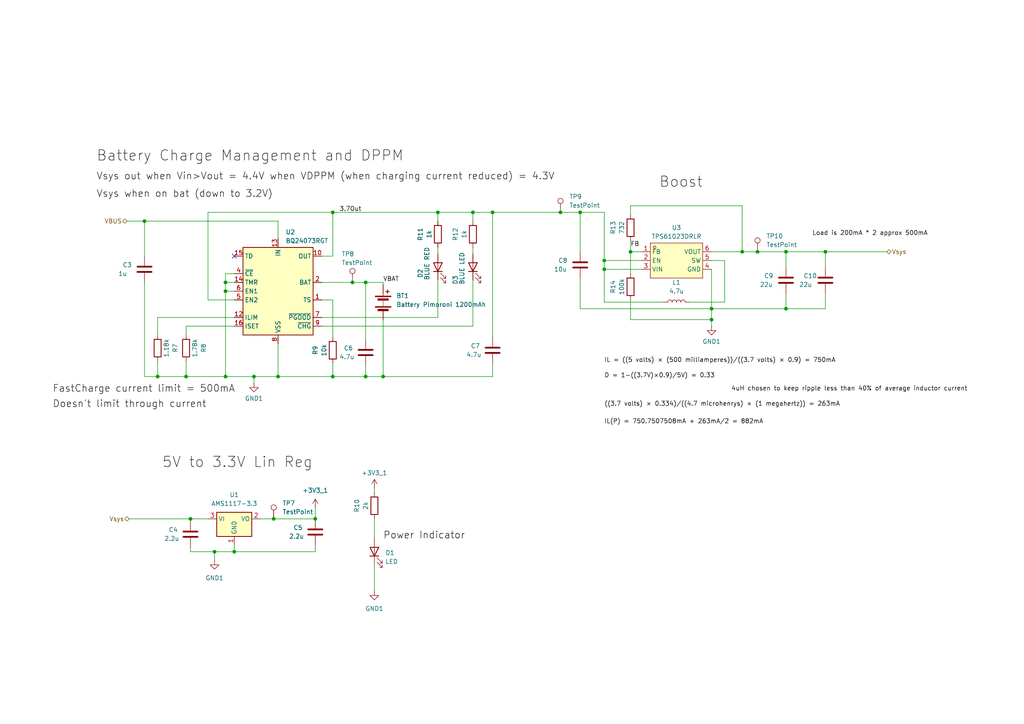
<source format=kicad_sch>
(kicad_sch (version 20230121) (generator eeschema)
  (paper "A4")
  (lib_symbols
    (symbol "Battery_Management:BQ24073RGT"
      (property "Reference" "U" (at -8.89 13.97 0))
      (property "Value" "BQ24073RGT" (at 16.51 13.97 0))
      (symbol "BQ24073RGT_0_1"
        (rectangle (start -10.16 12.7) (end 10.16 -12.7) (stroke (width 0.254)) (fill (type background)))
      )
      (symbol "BQ24073RGT_1_1"
        (pin passive line (at 12.7 -2.54 180) (length 2.54) (name "TS") (number "1"))
        (pin power_out line (at 12.7 10.16 180) (length 2.54) (name "OUT") (number "10"))
        (pin passive line (at 12.7 10.16 180) (length 2.54) hide (name "OUT") (number "11"))
        (pin passive line (at -12.7 -7.62 0) (length 2.54) (name "ILIM") (number "12"))
        (pin power_in line (at 0 15.24 270) (length 2.54) (name "IN") (number "13"))
        (pin input line (at -12.7 2.54 0) (length 2.54) (name "TMR") (number "14"))
        (pin input line (at -12.7 10.16 0) (length 2.54) (name "TD") (number "15"))
        (pin passive line (at -12.7 -10.16 0) (length 2.54) (name "ISET") (number "16"))
        (pin passive line (at 0 -15.24 90) (length 2.54) hide (name "VSS") (number "17"))
        (pin power_out line (at 12.7 2.54 180) (length 2.54) (name "BAT") (number "2"))
        (pin passive line (at 12.7 2.54 180) (length 2.54) hide (name "BAT") (number "3"))
        (pin input line (at -12.7 5.08 0) (length 2.54) (name "~{CE}") (number "4"))
        (pin input line (at -12.7 -2.54 0) (length 2.54) (name "EN2") (number "5"))
        (pin input line (at -12.7 0 0) (length 2.54) (name "EN1") (number "6"))
        (pin open_collector line (at 12.7 -7.62 180) (length 2.54) (name "~{PGOOD}") (number "7"))
        (pin power_in line (at 0 -15.24 90) (length 2.54) (name "VSS") (number "8"))
        (pin open_collector line (at 12.7 -10.16 180) (length 2.54) (name "~{CHG}") (number "9"))
      )
    )
    (symbol "Connector:TestPoint" (pin_numbers hide) (pin_names (offset 0.762) hide)
      (property "Reference" "TP" (at 0 6.858 0))
      (property "Value" "TestPoint" (at 0 5.08 0))
      (symbol "TestPoint_0_1"
        (circle (center 0 3.302) (radius 0.762))
      )
      (symbol "TestPoint_1_1"
        (pin passive line (at 0 0 90) (length 2.54) (name "1") (number "1"))
      )
    )
    (symbol "CustomPWR:+3V3_1" (power) (pin_names (offset 0))
      (property "Value" "+3V3_1" (at 0 3.556 0))
      (symbol "+3V3_1_0_1"
        (polyline (pts (xy -0.762 1.27) (xy 0 2.54)))
        (polyline (pts (xy 0 0) (xy 0 2.54)))
        (polyline (pts (xy 0 2.54) (xy 0.762 1.27)))
      )
      (symbol "+3V3_1_1_1"
        (pin power_in line (at 0 0 90) (length 0) hide (name "+3V3_1") (number "1"))
      )
    )
    (symbol "Device:Battery" (pin_numbers hide) (pin_names (offset 0) hide)
      (property "Reference" "BT" (at 2.54 2.54 0))
      (property "Value" "Battery" (at 2.54 0 0))
      (symbol "Battery_0_1"
        (rectangle (start -2.286 -1.27) (end 2.286 -1.524) (fill (type outline)))
        (rectangle (start -2.286 1.778) (end 2.286 1.524) (fill (type outline)))
        (rectangle (start -1.524 -2.032) (end 1.524 -2.54) (fill (type outline)))
        (rectangle (start -1.524 1.016) (end 1.524 0.508) (fill (type outline)))
        (polyline (pts (xy 0 -1.016) (xy 0 -0.762)))
        (polyline (pts (xy 0 -0.508) (xy 0 -0.254)))
        (polyline (pts (xy 0 0) (xy 0 0.254)))
        (polyline (pts (xy 0 1.778) (xy 0 2.54)))
        (polyline (pts (xy 0.762 3.048) (xy 1.778 3.048)) (stroke (width 0.254)))
        (polyline (pts (xy 1.27 3.556) (xy 1.27 2.54)) (stroke (width 0.254)))
      )
      (symbol "Battery_1_1"
        (pin passive line (at 0 5.08 270) (length 2.54) (name "+") (number "1"))
        (pin passive line (at 0 -5.08 90) (length 2.54) (name "-") (number "2"))
      )
    )
    (symbol "Device:C" (pin_numbers hide) (pin_names (offset 0.254))
      (property "Reference" "C" (at 0.635 2.54 0))
      (property "Value" "C" (at 0.635 -2.54 0))
      (symbol "C_0_1"
        (polyline (pts (xy -2.032 -0.762) (xy 2.032 -0.762)) (stroke (width 0.508)))
        (polyline (pts (xy -2.032 0.762) (xy 2.032 0.762)) (stroke (width 0.508)))
      )
      (symbol "C_1_1"
        (pin passive line (at 0 3.81 270) (length 2.794) (name "~") (number "1"))
        (pin passive line (at 0 -3.81 90) (length 2.794) (name "~") (number "2"))
      )
    )
    (symbol "Device:L" (pin_numbers hide) (pin_names (offset 1.016) hide)
      (property "Reference" "L" (at -1.27 0 90))
      (property "Value" "L" (at 1.905 0 90))
      (symbol "L_0_1"
        (arc (start 0 -2.54) (mid 0.6323 -1.905) (end 0 -1.27))
        (arc (start 0 -1.27) (mid 0.6323 -0.635) (end 0 0))
        (arc (start 0 0) (mid 0.6323 0.635) (end 0 1.27))
        (arc (start 0 1.27) (mid 0.6323 1.905) (end 0 2.54))
      )
      (symbol "L_1_1"
        (pin passive line (at 0 3.81 270) (length 1.27) (name "1") (number "1"))
        (pin passive line (at 0 -3.81 90) (length 1.27) (name "2") (number "2"))
      )
    )
    (symbol "Device:LED" (pin_numbers hide) (pin_names (offset 1.016) hide)
      (property "Reference" "D" (at 0 2.54 0))
      (property "Value" "LED" (at 0 -2.54 0))
      (symbol "LED_0_1"
        (polyline (pts (xy -1.27 -1.27) (xy -1.27 1.27)) (stroke (width 0.254)))
        (polyline (pts (xy -1.27 0) (xy 1.27 0)))
        (polyline (pts (xy 1.27 -1.27) (xy 1.27 1.27) (xy -1.27 0) (xy 1.27 -1.27)) (stroke (width 0.254)))
        (polyline (pts (xy -3.048 -0.762) (xy -4.572 -2.286) (xy -3.81 -2.286) (xy -4.572 -2.286) (xy -4.572 -1.524)))
        (polyline (pts (xy -1.778 -0.762) (xy -3.302 -2.286) (xy -2.54 -2.286) (xy -3.302 -2.286) (xy -3.302 -1.524)))
      )
      (symbol "LED_1_1"
        (pin passive line (at -3.81 0 0) (length 2.54) (name "K") (number "1"))
        (pin passive line (at 3.81 0 180) (length 2.54) (name "A") (number "2"))
      )
    )
    (symbol "Device:R" (pin_numbers hide) (pin_names (offset 0))
      (property "Reference" "R" (at 2.032 0 90))
      (property "Value" "R" (at 0 0 90))
      (symbol "R_0_1"
        (rectangle (start -1.016 -2.54) (end 1.016 2.54) (stroke (width 0.254)))
      )
      (symbol "R_1_1"
        (pin passive line (at 0 3.81 270) (length 1.27) (name "~") (number "1"))
        (pin passive line (at 0 -3.81 90) (length 1.27) (name "~") (number "2"))
      )
    )
    (symbol "Regulator_Linear:AMS1117-3.3"
      (property "Reference" "U" (at -3.81 3.175 0))
      (property "Value" "AMS1117-3.3" (at 0 3.175 0))
      (symbol "AMS1117-3.3_0_1"
        (rectangle (start -5.08 -5.08) (end 5.08 1.905) (stroke (width 0.254)) (fill (type background)))
      )
      (symbol "AMS1117-3.3_1_1"
        (pin power_in line (at 0 -7.62 90) (length 2.54) (name "GND") (number "1"))
        (pin power_out line (at 7.62 0 180) (length 2.54) (name "VO") (number "2"))
        (pin power_in line (at -7.62 0 0) (length 2.54) (name "VI") (number "3"))
      )
    )
    (symbol "easyeda2kicad:TPS61023DRLR"
      (property "Reference" "U" (at 0 7.62 0))
      (property "Value" "TPS61023DRLR" (at 0 -7.62 0))
      (symbol "TPS61023DRLR_0_1"
        (rectangle (start -7.62 5.08) (end 7.62 -5.08) (fill (type background)))
        (circle (center -6.35 3.81) (radius 0.38))
        (pin unspecified line (at -10.16 2.54 0) (length 2.54) (name "FB") (number "1"))
        (pin unspecified line (at -10.16 0 0) (length 2.54) (name "EN") (number "2"))
        (pin unspecified line (at -10.16 -2.54 0) (length 2.54) (name "VIN") (number "3"))
        (pin unspecified line (at 10.16 -2.54 180) (length 2.54) (name "GND") (number "4"))
        (pin unspecified line (at 10.16 0 180) (length 2.54) (name "SW") (number "5"))
        (pin unspecified line (at 10.16 2.54 180) (length 2.54) (name "VOUT") (number "6"))
      )
    )
    (symbol "power:GND1" (power) (pin_names (offset 0))
      (property "Value" "GND1" (at 0 -3.81 0))
      (symbol "GND1_0_1"
        (polyline (pts (xy 0 0) (xy 0 -1.27) (xy 1.27 -1.27) (xy 0 -2.54) (xy -1.27 -1.27) (xy 0 -1.27)))
      )
      (symbol "GND1_1_1"
        (pin power_in line (at 0 0 270) (length 0) hide (name "GND1") (number "1"))
      )
    )
  )
  (junction (at 53.975 109.22))
  (junction (at 227.965 73.025))
  (junction (at 106.045 109.22))
  (junction (at 127 61.595))
  (junction (at 106.045 81.915))
  (junction (at 41.91 64.135))
  (junction (at 206.375 92.71))
  (junction (at 67.945 160.02))
  (junction (at 73.66 109.22))
  (junction (at 55.245 150.495))
  (junction (at 96.52 61.595))
  (junction (at 65.405 109.22))
  (junction (at 65.405 81.915))
  (junction (at 162.56 61.595))
  (junction (at 137.16 61.595))
  (junction (at 65.405 84.455))
  (junction (at 175.26 75.565))
  (junction (at 175.26 78.105))
  (junction (at 168.275 61.595))
  (junction (at 219.71 73.025))
  (junction (at 45.72 109.22))
  (junction (at 80.645 109.22))
  (junction (at 79.375 150.495))
  (junction (at 227.965 89.535))
  (junction (at 215.265 73.025))
  (junction (at 91.44 150.495))
  (junction (at 182.88 73.025))
  (junction (at 96.52 109.22))
  (junction (at 142.875 61.595))
  (junction (at 239.395 73.025))
  (junction (at 62.23 160.02))
  (junction (at 102.235 81.915))
  (junction (at 206.375 89.535))
  (junction (at 111.125 109.22))
  (no_connect (at 67.945 74.295))
  (wire (pts (xy 182.88 92.71) (xy 206.375 92.71)))
  (wire (pts (xy 137.16 61.595) (xy 142.875 61.595)))
  (wire (pts (xy 137.16 64.135) (xy 137.16 61.595)))
  (wire (pts (xy 62.23 160.02) (xy 62.23 162.56)))
  (wire (pts (xy 106.045 98.425) (xy 106.045 81.915)))
  (wire (pts (xy 41.91 64.135) (xy 41.91 74.295)))
  (wire (pts (xy 91.44 160.02) (xy 91.44 158.115)))
  (wire (pts (xy 175.26 78.105) (xy 186.055 78.105)))
  (wire (pts (xy 79.375 150.495) (xy 91.44 150.495)))
  (wire (pts (xy 65.405 109.22) (xy 73.66 109.22)))
  (wire (pts (xy 182.88 73.025) (xy 182.88 79.375)))
  (wire (pts (xy 60.325 86.995) (xy 60.325 61.595)))
  (wire (pts (xy 175.26 75.565) (xy 186.055 75.565)))
  (wire (pts (xy 182.88 59.69) (xy 215.265 59.69)))
  (wire (pts (xy 55.245 150.495) (xy 60.325 150.495)))
  (wire (pts (xy 162.56 61.595) (xy 168.275 61.595)))
  (wire (pts (xy 111.125 82.55) (xy 111.125 81.915)))
  (wire (pts (xy 239.395 89.535) (xy 227.965 89.535)))
  (wire (pts (xy 168.275 61.595) (xy 168.275 73.025)))
  (wire (pts (xy 182.88 69.85) (xy 182.88 73.025)))
  (wire (pts (xy 53.975 104.775) (xy 53.975 109.22)))
  (wire (pts (xy 127 73.66) (xy 127 71.755)))
  (wire (pts (xy 106.045 106.045) (xy 106.045 109.22)))
  (wire (pts (xy 41.91 81.915) (xy 41.91 109.22)))
  (wire (pts (xy 45.72 92.075) (xy 67.945 92.075)))
  (wire (pts (xy 206.375 92.71) (xy 206.375 94.615)))
  (wire (pts (xy 96.52 105.41) (xy 96.52 109.22)))
  (wire (pts (xy 175.26 61.595) (xy 175.26 75.565)))
  (wire (pts (xy 36.83 64.135) (xy 41.91 64.135)))
  (wire (pts (xy 93.345 86.995) (xy 96.52 86.995)))
  (wire (pts (xy 67.945 79.375) (xy 65.405 79.375)))
  (wire (pts (xy 96.52 109.22) (xy 106.045 109.22)))
  (wire (pts (xy 67.945 84.455) (xy 65.405 84.455)))
  (wire (pts (xy 142.875 109.22) (xy 111.125 109.22)))
  (wire (pts (xy 55.245 160.02) (xy 62.23 160.02)))
  (wire (pts (xy 168.275 89.535) (xy 168.275 80.645)))
  (wire (pts (xy 200.025 87.63) (xy 210.185 87.63)))
  (wire (pts (xy 175.26 87.63) (xy 192.405 87.63)))
  (wire (pts (xy 102.235 81.915) (xy 106.045 81.915)))
  (wire (pts (xy 215.265 73.025) (xy 219.71 73.025)))
  (wire (pts (xy 227.965 85.09) (xy 227.965 89.535)))
  (wire (pts (xy 65.405 84.455) (xy 65.405 109.22)))
  (wire (pts (xy 96.52 97.79) (xy 96.52 86.995)))
  (wire (pts (xy 65.405 79.375) (xy 65.405 81.915)))
  (wire (pts (xy 53.975 94.615) (xy 53.975 97.155)))
  (wire (pts (xy 142.875 61.595) (xy 142.875 97.79)))
  (wire (pts (xy 45.72 109.22) (xy 53.975 109.22)))
  (wire (pts (xy 60.325 61.595) (xy 96.52 61.595)))
  (wire (pts (xy 80.645 109.22) (xy 96.52 109.22)))
  (wire (pts (xy 182.88 73.025) (xy 186.055 73.025)))
  (wire (pts (xy 127 61.595) (xy 127 64.135)))
  (wire (pts (xy 67.945 94.615) (xy 53.975 94.615)))
  (wire (pts (xy 91.44 150.495) (xy 91.44 147.32)))
  (wire (pts (xy 127 61.595) (xy 137.16 61.595)))
  (wire (pts (xy 108.585 163.83) (xy 108.585 171.45)))
  (wire (pts (xy 215.265 59.69) (xy 215.265 73.025)))
  (wire (pts (xy 175.26 75.565) (xy 175.26 78.105)))
  (wire (pts (xy 73.66 109.22) (xy 73.66 111.125)))
  (wire (pts (xy 227.965 77.47) (xy 227.965 73.025)))
  (wire (pts (xy 106.045 81.915) (xy 111.125 81.915)))
  (wire (pts (xy 175.26 87.63) (xy 175.26 78.105)))
  (wire (pts (xy 257.175 73.025) (xy 239.395 73.025)))
  (wire (pts (xy 239.395 77.47) (xy 239.395 73.025)))
  (wire (pts (xy 73.66 109.22) (xy 80.645 109.22)))
  (wire (pts (xy 80.645 64.135) (xy 80.645 69.215)))
  (wire (pts (xy 67.945 160.02) (xy 67.945 158.115)))
  (wire (pts (xy 45.72 104.775) (xy 45.72 109.22)))
  (wire (pts (xy 96.52 61.595) (xy 127 61.595)))
  (wire (pts (xy 55.245 151.13) (xy 55.245 150.495)))
  (wire (pts (xy 53.975 109.22) (xy 65.405 109.22)))
  (wire (pts (xy 206.375 89.535) (xy 206.375 92.71)))
  (wire (pts (xy 239.395 73.025) (xy 227.965 73.025)))
  (wire (pts (xy 206.375 89.535) (xy 227.965 89.535)))
  (wire (pts (xy 239.395 85.09) (xy 239.395 89.535)))
  (wire (pts (xy 127 81.28) (xy 127 92.075)))
  (wire (pts (xy 137.16 73.66) (xy 137.16 71.755)))
  (wire (pts (xy 45.72 97.155) (xy 45.72 92.075)))
  (wire (pts (xy 111.125 92.71) (xy 111.125 109.22)))
  (wire (pts (xy 67.945 160.02) (xy 91.44 160.02)))
  (wire (pts (xy 206.375 78.105) (xy 206.375 89.535)))
  (wire (pts (xy 37.465 150.495) (xy 55.245 150.495)))
  (wire (pts (xy 75.565 150.495) (xy 79.375 150.495)))
  (wire (pts (xy 93.345 94.615) (xy 137.16 94.615)))
  (wire (pts (xy 67.945 86.995) (xy 60.325 86.995)))
  (wire (pts (xy 210.185 75.565) (xy 206.375 75.565)))
  (wire (pts (xy 96.52 61.595) (xy 96.52 74.295)))
  (wire (pts (xy 108.585 150.495) (xy 108.585 156.21)))
  (wire (pts (xy 62.23 160.02) (xy 67.945 160.02)))
  (wire (pts (xy 106.045 109.22) (xy 111.125 109.22)))
  (wire (pts (xy 108.585 141.605) (xy 108.585 142.875)))
  (wire (pts (xy 93.345 92.075) (xy 127 92.075)))
  (wire (pts (xy 80.645 99.695) (xy 80.645 109.22)))
  (wire (pts (xy 65.405 84.455) (xy 65.405 81.915)))
  (wire (pts (xy 93.345 74.295) (xy 96.52 74.295)))
  (wire (pts (xy 137.16 81.28) (xy 137.16 94.615)))
  (wire (pts (xy 93.345 81.915) (xy 102.235 81.915)))
  (wire (pts (xy 168.275 89.535) (xy 206.375 89.535)))
  (wire (pts (xy 142.875 61.595) (xy 162.56 61.595)))
  (wire (pts (xy 41.91 109.22) (xy 45.72 109.22)))
  (wire (pts (xy 55.245 160.02) (xy 55.245 158.75)))
  (wire (pts (xy 182.88 59.69) (xy 182.88 62.23)))
  (wire (pts (xy 65.405 81.915) (xy 67.945 81.915)))
  (wire (pts (xy 142.875 105.41) (xy 142.875 109.22)))
  (wire (pts (xy 210.185 87.63) (xy 210.185 75.565)))
  (wire (pts (xy 215.265 73.025) (xy 206.375 73.025)))
  (wire (pts (xy 227.965 73.025) (xy 219.71 73.025)))
  (wire (pts (xy 182.88 86.995) (xy 182.88 92.71)))
  (wire (pts (xy 41.91 64.135) (xy 80.645 64.135)))
  (wire (pts (xy 168.275 61.595) (xy 175.26 61.595)))
  (label "Boost" (at 191.135 55.245 0) (effects (font (size 3 3))))
  (label "Power Indicator" (at 111.125 156.845 0) (effects (font (size 2 2))))
  (label "Doesn't limit through current" (at 15.24 118.745 0) (effects (font (size 2 2))))
  (label "4uH chosen to keep ripple less than 40% of average inductor current" (at 212.09 113.665 0))
  (label "FastCharge current limit = 500mA" (at 15.24 114.3 0) (effects (font (size 2 2))))
  (label "((3.7 volts) × 0.334){slash}((4.7 microhenrys) × (1 megahertz)) = 263mA" (at 175.26 118.11 0))
  (label "Vsys when on bat (down to 3.2V)" (at 27.94 57.785 0) (effects (font (size 2 2))))
  (label "5V to 3.3V Lin Reg" (at 46.99 136.525 0) (effects (font (size 3 3))))
  (label "VBAT" (at 111.125 81.915 0))
  (label "Battery Charge Management and DPPM" (at 27.94 47.625 0) (effects (font (size 3 3))))
  (label "D = 1−((3.7V)×0.9){slash}5V) = 0.33" (at 175.26 109.855 0))
  (label "IL(P) = 750.750 750 8 mA + 263mA{slash}2 = 882mA" (at 175.26 123.19 0))
  (label "Load is 200mA * 2 approx 500mA" (at 235.585 68.58 0))
  (label "3.7Out" (at 98.425 61.595 0))
  (label "FB" (at 182.88 71.755 0))
  (label "Vsys out when Vin>Vout = 4.4V when VDPPM (when charging current reduced) = 4.3V" (at 27.94 52.705 0) (effects (font (size 2 2))))
  (label "IL = ((5 volts) × (500 milliamperes)){slash}((3.7 volts) × 0.9) = 750mA" (at 175.26 105.41 0))
  (hierarchical_label "VBUS" (shape bidirectional) (at 36.83 64.135 180))
  (hierarchical_label "Vsys" (shape bidirectional) (at 257.175 73.025 0))
  (hierarchical_label "Vsys" (shape bidirectional) (at 37.465 150.495 180))
  (symbol (lib_id "Device:LED") (at 108.585 160.02 90) (unit 1)
    (property "Reference" "D1" (at 111.76 160.3375 90) (effects (justify right)))
    (property "Value" "LED" (at 111.76 162.8775 90) (effects (justify right)))
    (property "Footprint" "LED_SMD:LED_0603_1608Metric_Pad1.05x0.95mm_HandSolder" (effects hide))
    (instances (project "Combine" (path "" (reference "D1") (unit 1))) (project "Dock" (path "" (reference "D5") (unit 1))))
  )
  (symbol (lib_id "Device:L") (at 196.215 87.63 90) (unit 1)
    (property "Reference" "L1" (at 196.215 81.915 90))
    (property "Value" "4.7u" (at 196.215 84.455 90))
    (property "Footprint" "easyeda2kicad:IND-SMD_L4.5-W4.1" (effects hide))
    (property "LCSC Part" "C22463808" (effects hide))
  )
  (symbol (lib_id "Device:R") (at 53.975 100.965 0) (unit 1)
    (property "Reference" "R8" (at 59.055 100.965 90))
    (property "Value" "1.78k" (at 56.515 100.965 90))
    (property "Footprint" "Resistor_SMD:R_0402_1005Metric_Pad0.72x0.64mm_HandSolder" (effects hide))
    (property "LCSC Part" "C5121514" (effects hide))
    (instances (project "Combine" (path "" (reference "R8") (unit 1))) (project "Dock" (path "" (reference "R12") (unit 1))) (project "BLEEarrings" (path "" (reference "R8") (unit 1)) (path "" (reference "R2") (unit 1))))
  )
  (symbol (lib_id "Connector:TestPoint") (at 102.235 81.915 0) (unit 1)
    (property "Reference" "TP8" (at 99.06 73.66 0) (effects (justify left)))
    (property "Value" "TestPoint" (at 99.06 76.2 0) (effects (justify left)))
    (property "Footprint" "TestPoint:TestPoint_Pad_D1.0mm" (effects hide))
    (instances (project "Combine" (path "" (reference "TP8") (unit 1))) (project "Dock" (path "" (reference "TP1") (unit 1))))
  )
  (symbol (lib_id "Device:R") (at 137.16 67.945 180) (unit 1)
    (property "Reference" "R12" (at 132.08 67.945 90))
    (property "Value" "1k" (at 134.62 67.945 90))
    (property "Footprint" "Resistor_SMD:R_0402_1005Metric_Pad0.72x0.64mm_HandSolder" (effects hide))
    (property "LCSC Part" "C3016052" (effects hide))
    (instances (project "Combine" (path "" (reference "R12") (unit 1))) (project "Dock" (path "" (reference "R12") (unit 1))) (project "BLEEarrings" (path "" (reference "R8") (unit 1)) (path "" (reference "R2") (unit 1))))
  )
  (symbol (lib_id "Device:C") (at 106.045 102.235 0) (unit 1)
    (property "Reference" "C6" (at 99.695 100.965 0) (effects (justify left)))
    (property "Value" "4.7u" (at 98.425 103.505 0) (effects (justify left)))
    (property "Footprint" "Capacitor_SMD:C_0402_1005Metric_Pad0.74x0.62mm_HandSolder" (effects hide))
    (property "LCSC Part" "C307423 " (effects hide))
    (instances (project "Combine" (path "" (reference "C6") (unit 1))) (project "Dock" (path "" (reference "C12") (unit 1))) (project "BLEEarrings" (path "" (reference "C2") (unit 1)) (path "" (reference "C18") (unit 1))))
  )
  (symbol (lib_id "Device:C") (at 239.395 81.28 0) (unit 1)
    (property "Reference" "C10" (at 233.045 80.01 0) (effects (justify left)))
    (property "Value" "22u" (at 231.775 82.55 0) (effects (justify left)))
    (property "Footprint" "Capacitor_SMD:C_0603_1608Metric_Pad1.08x0.95mm_HandSolder" (effects hide))
    (property "LCSC Part" "C59461" (effects hide))
    (instances (project "Combine" (path "" (reference "C10") (unit 1))) (project "Dock" (path "" (reference "C17") (unit 1))) (project "BLEEarrings" (path "" (reference "C2") (unit 1)) (path "" (reference "C18") (unit 1))))
  )
  (symbol (lib_id "Device:C") (at 55.245 154.94 0) (unit 1)
    (property "Reference" "C4" (at 48.895 153.67 0) (effects (justify left)))
    (property "Value" "2.2u" (at 47.625 156.21 0) (effects (justify left)))
    (property "Footprint" "Capacitor_SMD:C_0402_1005Metric_Pad0.74x0.62mm_HandSolder" (effects hide))
    (property "LCSC Part" "C12530" (effects hide))
    (instances (project "Combine" (path "" (reference "C4") (unit 1))) (project "Dock" (path "" (reference "C13") (unit 1))) (project "BLEEarrings" (path "" (reference "C2") (unit 1)) (path "" (reference "C18") (unit 1))))
  )
  (symbol (lib_id "Device:C") (at 227.965 81.28 0) (unit 1)
    (property "Reference" "C9" (at 221.615 80.01 0) (effects (justify left)))
    (property "Value" "22u" (at 220.345 82.55 0) (effects (justify left)))
    (property "Footprint" "Capacitor_SMD:C_0603_1608Metric_Pad1.08x0.95mm_HandSolder" (effects hide))
    (property "LCSC Part" "C59461" (effects hide))
    (instances (project "Combine" (path "" (reference "C9") (unit 1))) (project "Dock" (path "" (reference "C16") (unit 1))) (project "BLEEarrings" (path "" (reference "C2") (unit 1)) (path "" (reference "C18") (unit 1))))
  )
  (symbol (lib_id "Connector:TestPoint") (at 162.56 61.595 0) (unit 1)
    (property "Reference" "TP9" (at 165.1 57.023 0) (effects (justify left)))
    (property "Value" "TestPoint" (at 165.1 59.563 0) (effects (justify left)))
    (property "Footprint" "TestPoint:TestPoint_Pad_D1.0mm" (effects hide))
    (instances (project "Combine" (path "" (reference "TP9") (unit 1))) (project "Dock" (path "" (reference "TP1") (unit 1))))
  )
  (symbol (lib_id "power:GND1") (at 108.585 171.45 0) (unit 1)
    (property "Reference" "#PWR0105" (effects hide))
    (property "Value" "GND1" (at 108.585 176.53 0))
    (instances (project "Combine" (path "" (reference "#PWR0105") (unit 1))) (project "Dock" (path "" (reference "#PWR?") (unit 1))) (project "BLEEarrings" (path "" (reference "#PWR04") (unit 1)) (path "" (reference "#PWR04") (unit 1))))
  )
  (symbol (lib_id "Device:LED") (at 127 77.47 90) (unit 1)
    (property "Reference" "D2" (at 121.92 80.645 0) (effects (justify left)))
    (property "Value" "BLUE RED" (at 123.825 81.28 0) (effects (justify left)))
    (property "Footprint" "LED_SMD:LED_0603_1608Metric_Pad1.05x0.95mm_HandSolder" (effects hide))
    (property "LCSC Part" "C389517" (effects hide))
    (instances (project "Combine" (path "" (reference "D2") (unit 1))) (project "Dock" (path "" (reference "D1") (unit 1))))
  )
  (symbol (lib_id "Device:R") (at 182.88 83.185 180) (unit 1)
    (property "Reference" "R14" (at 177.8 83.185 90))
    (property "Value" "100k" (at 180.34 83.185 90))
    (property "Footprint" "Resistor_SMD:R_0402_1005Metric_Pad0.72x0.64mm_HandSolder" (effects hide))
    (property "LCSC Part" "C60491 " (effects hide))
    (instances (project "Combine" (path "" (reference "R14") (unit 1))) (project "Dock" (path "" (reference "R12") (unit 1))) (project "BLEEarrings" (path "" (reference "R8") (unit 1)) (path "" (reference "R2") (unit 1))))
  )
  (symbol (lib_id "CustomPWR:+3V3_1") (at 91.44 147.32 0) (unit 1)
    (property "Reference" "#PWR0102" (effects hide))
    (property "Value" "+3V3_1" (at 91.44 142.24 0))
    (instances (project "Combine" (path "" (reference "#PWR0102") (unit 1))) (project "Dock" (path "" (reference "#PWR025") (unit 1))))
  )
  (symbol (lib_id "easyeda2kicad:TPS61023DRLR") (at 196.215 75.565 0) (unit 1)
    (property "Reference" "U3" (at 196.215 66.04 0))
    (property "Value" "TPS61023DRLR" (at 196.215 68.58 0))
    (property "Footprint" "easyeda2kicad:SOT-563_L1.6-W1.2-P0.50-LS1.6-BR" (effects hide))
    (property "LCSC Part" "C919459" (effects hide))
    (instances (project "Combine" (path "" (reference "U3") (unit 1))) (project "Dock" (path "" (reference "U2") (unit 1))))
  )
  (symbol (lib_id "Device:C") (at 168.275 76.835 0) (unit 1)
    (property "Reference" "C8" (at 161.925 75.565 0) (effects (justify left)))
    (property "Value" "10u" (at 160.655 78.105 0) (effects (justify left)))
    (property "Footprint" "Capacitor_SMD:C_0402_1005Metric_Pad0.74x0.62mm_HandSolder" (effects hide))
    (property "LCSC Part" "C15525 " (effects hide))
    (instances (project "Combine" (path "" (reference "C8") (unit 1))) (project "Dock" (path "" (reference "C15") (unit 1))) (project "BLEEarrings" (path "" (reference "C2") (unit 1)) (path "" (reference "C18") (unit 1))))
  )
  (symbol (lib_id "Device:Battery") (at 111.125 87.63 0) (unit 1)
    (property "Reference" "BT1" (at 114.935 85.7885 0) (effects (justify left)))
    (property "Value" "Battery Pimoroni 1200mAh" (at 114.935 88.3285 0) (effects (justify left)))
    (property "Footprint" "easyeda2kicad:CONN-TH_S2B-PH-K-S-LF-SN" (effects hide))
    (property "LCSC Part" "C173752 " (effects hide))
    (instances (project "Combine" (path "" (reference "BT1") (unit 1))) (project "Dock" (path "" (reference "BT2") (unit 1))))
  )
  (symbol (lib_id "Device:LED") (at 137.16 77.47 90) (unit 1)
    (property "Reference" "D3" (at 132.08 82.55 0) (effects (justify left)))
    (property "Value" "BLUE LED" (at 133.985 82.55 0) (effects (justify left)))
    (property "Footprint" "LED_SMD:LED_0603_1608Metric_Pad1.05x0.95mm_HandSolder" (effects hide))
    (property "LCSC Part" "C7371904 " (effects hide))
    (instances (project "Combine" (path "" (reference "D3") (unit 1))) (project "Dock" (path "" (reference "D1") (unit 1))))
  )
  (symbol (lib_id "Device:C") (at 142.875 101.6 0) (unit 1)
    (property "Reference" "C7" (at 136.525 100.33 0) (effects (justify left)))
    (property "Value" "4.7u" (at 135.255 102.87 0) (effects (justify left)))
    (property "Footprint" "Capacitor_SMD:C_0402_1005Metric_Pad0.74x0.62mm_HandSolder" (effects hide))
    (property "LCSC Part" "C307423 " (effects hide))
    (instances (project "Combine" (path "" (reference "C7") (unit 1))) (project "Dock" (path "" (reference "C6") (unit 1))) (project "BLEEarrings" (path "" (reference "C2") (unit 1)) (path "" (reference "C18") (unit 1))))
  )
  (symbol (lib_id "power:GND1") (at 62.23 162.56 0) (unit 1)
    (property "Reference" "#PWR0104" (effects hide))
    (property "Value" "GND1" (at 62.23 167.64 0))
    (instances (project "Combine" (path "" (reference "#PWR0104") (unit 1))) (project "Dock" (path "" (reference "#PWR?") (unit 1))) (project "BLEEarrings" (path "" (reference "#PWR04") (unit 1)) (path "" (reference "#PWR04") (unit 1))))
  )
  (symbol (lib_id "Device:R") (at 96.52 101.6 180) (unit 1)
    (property "Reference" "R9" (at 91.44 101.6 90))
    (property "Value" "10k" (at 93.98 101.6 90))
    (property "Footprint" "Resistor_SMD:R_0402_1005Metric_Pad0.72x0.64mm_HandSolder" (effects hide))
    (property "LCSC Part" "C60490 " (effects hide))
    (instances (project "Combine" (path "" (reference "R9") (unit 1))) (project "Dock" (path "" (reference "R12") (unit 1))) (project "BLEEarrings" (path "" (reference "R8") (unit 1)) (path "" (reference "R2") (unit 1))))
  )
  (symbol (lib_id "Connector:TestPoint") (at 79.375 150.495 0) (unit 1)
    (property "Reference" "TP7" (at 81.915 145.923 0) (effects (justify left)))
    (property "Value" "TestPoint" (at 81.915 148.463 0) (effects (justify left)))
    (property "Footprint" "TestPoint:TestPoint_Pad_D1.0mm" (effects hide))
    (instances (project "Combine" (path "" (reference "TP7") (unit 1))) (project "Dock" (path "" (reference "TP1") (unit 1))))
  )
  (symbol (lib_id "Connector:TestPoint") (at 219.71 73.025 0) (unit 1)
    (property "Reference" "TP10" (at 222.25 68.453 0) (effects (justify left)))
    (property "Value" "TestPoint" (at 222.25 70.993 0) (effects (justify left)))
    (property "Footprint" "TestPoint:TestPoint_Pad_D1.0mm" (effects hide))
    (instances (project "Combine" (path "" (reference "TP10") (unit 1))) (project "Dock" (path "" (reference "TP1") (unit 1))))
  )
  (symbol (lib_id "Battery_Management:BQ24073RGT") (at 80.645 84.455 0) (unit 1)
    (property "Reference" "U2" (at 82.8391 67.31 0) (effects (justify left)))
    (property "Value" "BQ24073RGT" (at 82.8391 69.85 0) (effects (justify left)))
    (property "Footprint" "Package_DFN_QFN:VQFN-16-1EP_3x3mm_P0.5mm_EP1.6x1.6mm" (effects hide))
    (property "Datasheet" "http://www.ti.com/lit/ds/symlink/bq24073.pdf" (effects hide))
    (property "LCSC Part" "C15220 " (effects hide))
    (instances (project "Combine" (path "" (reference "U2") (unit 1))) (project "Dock" (path "" (reference "U4") (unit 1))))
  )
  (symbol (lib_id "Device:R") (at 108.585 146.685 180) (unit 1)
    (property "Reference" "R10" (at 103.505 146.685 90))
    (property "Value" "2k" (at 106.045 146.685 90))
    (property "Footprint" "Resistor_SMD:R_0402_1005Metric_Pad0.72x0.64mm_HandSolder" (effects hide))
    (property "LCSC Part" "C3016052" (effects hide))
    (instances (project "Combine" (path "" (reference "R10") (unit 1))) (project "Dock" (path "" (reference "R12") (unit 1))) (project "BLEEarrings" (path "" (reference "R8") (unit 1)) (path "" (reference "R2") (unit 1))))
  )
  (symbol (lib_id "Device:C") (at 91.44 154.305 0) (unit 1)
    (property "Reference" "C5" (at 85.09 153.035 0) (effects (justify left)))
    (property "Value" "2.2u" (at 83.82 155.575 0) (effects (justify left)))
    (property "Footprint" "Capacitor_SMD:C_0402_1005Metric_Pad0.74x0.62mm_HandSolder" (effects hide))
    (property "LCSC Part" "C12530" (effects hide))
    (instances (project "Combine" (path "" (reference "C5") (unit 1))) (project "Dock" (path "" (reference "C14") (unit 1))) (project "BLEEarrings" (path "" (reference "C2") (unit 1)) (path "" (reference "C18") (unit 1))))
  )
  (symbol (lib_id "power:GND1") (at 206.375 94.615 0) (unit 1)
    (property "Reference" "#PWR0103" (effects hide))
    (property "Value" "GND1" (at 206.375 99.06 0))
    (instances (project "Combine" (path "" (reference "#PWR0103") (unit 1))) (project "Dock" (path "" (reference "#PWR?") (unit 1))) (project "BLEEarrings" (path "" (reference "#PWR04") (unit 1)) (path "" (reference "#PWR04") (unit 1))))
  )
  (symbol (lib_id "CustomPWR:+3V3_1") (at 108.585 141.605 0) (unit 1)
    (property "Reference" "#PWR0106" (effects hide))
    (property "Value" "+3V3_1" (at 108.585 137.16 0))
    (instances (project "Combine" (path "" (reference "#PWR0106") (unit 1))) (project "Dock" (path "" (reference "#PWR022") (unit 1))))
  )
  (symbol (lib_id "Device:C") (at 41.91 78.105 0) (unit 1)
    (property "Reference" "C3" (at 35.56 76.835 0) (effects (justify left)))
    (property "Value" "1u" (at 34.29 79.375 0) (effects (justify left)))
    (property "Footprint" "Capacitor_SMD:C_0402_1005Metric_Pad0.74x0.62mm_HandSolder" (effects hide))
    (property "LCSC Part" "C14445 " (effects hide))
    (instances (project "Combine" (path "" (reference "C3") (unit 1))) (project "Dock" (path "" (reference "C5") (unit 1))) (project "BLEEarrings" (path "" (reference "C2") (unit 1)) (path "" (reference "C18") (unit 1))))
  )
  (symbol (lib_id "Device:R") (at 182.88 66.04 180) (unit 1)
    (property "Reference" "R13" (at 177.8 66.04 90))
    (property "Value" "732" (at 180.34 66.04 90))
    (property "Footprint" "Resistor_SMD:R_0402_1005Metric_Pad0.72x0.64mm_HandSolder" (effects hide))
    (property "LCSC Part" "C137939" (effects hide))
    (instances (project "Combine" (path "" (reference "R13") (unit 1))) (project "Dock" (path "" (reference "R12") (unit 1))) (project "BLEEarrings" (path "" (reference "R8") (unit 1)) (path "" (reference "R2") (unit 1))))
  )
  (symbol (lib_id "Regulator_Linear:AMS1117-3.3") (at 67.945 150.495 0) (unit 1)
    (property "Reference" "U1" (at 67.945 143.51 0))
    (property "Value" "AMS1117-3.3" (at 67.945 146.05 0))
    (property "Footprint" "Package_TO_SOT_SMD:SOT-223-3_TabPin2" (effects hide))
    (property "Datasheet" "http://www.advanced-monolithic.com/pdf/ds1117.pdf" (effects hide))
    (property "LCSC Part" "N/A" (effects hide))
    (instances (project "Combine" (path "" (reference "U1") (unit 1))) (project "Dock" (path "" (reference "U3") (unit 1))))
  )
  (symbol (lib_id "Device:R") (at 45.72 100.965 0) (unit 1)
    (property "Reference" "R7" (at 50.8 100.965 90))
    (property "Value" "1.18k" (at 48.26 100.965 90))
    (property "Footprint" "Resistor_SMD:R_0402_1005Metric_Pad0.72x0.64mm_HandSolder" (effects hide))
    (property "LCSC Part" "C3016052" (effects hide))
    (instances (project "Combine" (path "" (reference "R7") (unit 1))) (project "Dock" (path "" (reference "R12") (unit 1))) (project "BLEEarrings" (path "" (reference "R8") (unit 1)) (path "" (reference "R2") (unit 1))))
  )
  (symbol (lib_id "Device:R") (at 127 67.945 180) (unit 1)
    (property "Reference" "R11" (at 121.92 67.945 90))
    (property "Value" "1k" (at 124.46 67.945 90))
    (property "Footprint" "Resistor_SMD:R_0402_1005Metric_Pad0.72x0.64mm_HandSolder" (effects hide))
    (property "LCSC Part" "C3016052" (effects hide))
    (instances (project "Combine" (path "" (reference "R11") (unit 1))) (project "Dock" (path "" (reference "R12") (unit 1))) (project "BLEEarrings" (path "" (reference "R8") (unit 1)) (path "" (reference "R2") (unit 1))))
  )
  (symbol (lib_id "power:GND1") (at 73.66 111.125 0) (unit 1)
    (property "Reference" "#PWR0101" (effects hide))
    (property "Value" "GND1" (at 73.66 115.57 0))
    (instances (project "Combine" (path "" (reference "#PWR0101") (unit 1))) (project "Dock" (path "" (reference "#PWR?") (unit 1))) (project "BLEEarrings" (path "" (reference "#PWR04") (unit 1)) (path "" (reference "#PWR04") (unit 1))))
  )
)
</source>
